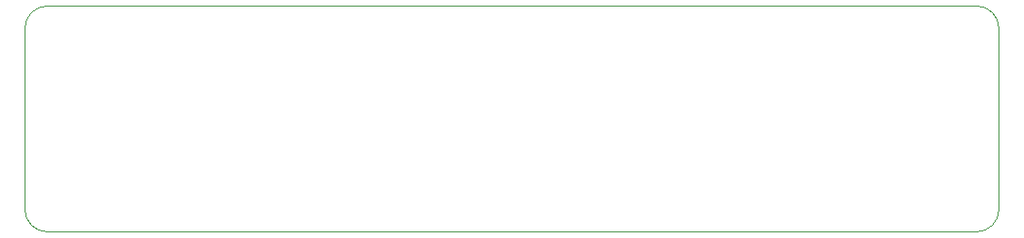
<source format=gm1>
%TF.GenerationSoftware,KiCad,Pcbnew,7.0.11*%
%TF.CreationDate,2024-04-20T17:50:27+08:00*%
%TF.ProjectId,UINIO-MCU-ESP32S3,55494e49-4f2d-44d4-9355-2d4553503332,Version 3.5.0*%
%TF.SameCoordinates,PX629df6ePY56b2a99*%
%TF.FileFunction,Profile,NP*%
%FSLAX46Y46*%
G04 Gerber Fmt 4.6, Leading zero omitted, Abs format (unit mm)*
G04 Created by KiCad (PCBNEW 7.0.11) date 2024-04-20 17:50:27*
%MOMM*%
%LPD*%
G01*
G04 APERTURE LIST*
%TA.AperFunction,Profile*%
%ADD10C,0.100000*%
%TD*%
G04 APERTURE END LIST*
D10*
X85390000Y-17292831D02*
X2010000Y-17292831D01*
X10000Y-15292831D02*
X10000Y1027169D01*
X2010000Y3027167D02*
G75*
G03*
X10000Y1027169I30J-2000030D01*
G01*
X10062Y-15292831D02*
G75*
G03*
X2010000Y-17292831I1999968J-32D01*
G01*
X2010000Y3027169D02*
X85390000Y3027169D01*
X87389962Y1027169D02*
G75*
G03*
X85390000Y3027169I-1999932J68D01*
G01*
X85390000Y-17292833D02*
G75*
G03*
X87390000Y-15292831I30J1999970D01*
G01*
X87390000Y1027169D02*
X87390000Y-15292831D01*
M02*

</source>
